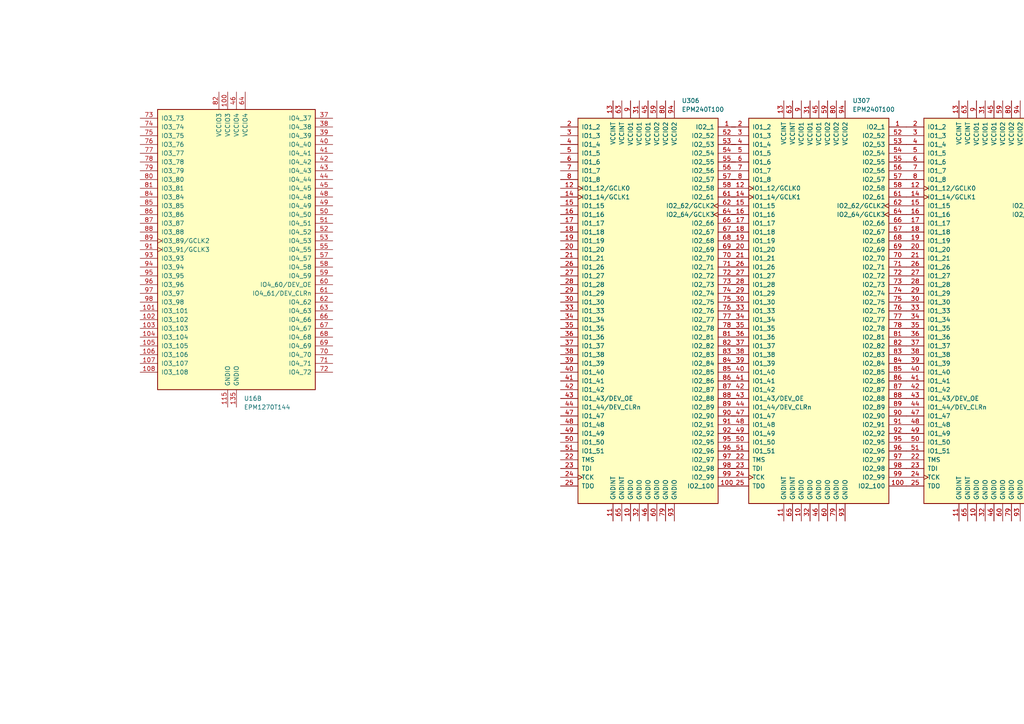
<source format=kicad_sch>
(kicad_sch (version 20250114) (generator "eeschema") (generator_version "9.0")
  (paper "A4")
  (lib_symbols
    (symbol "CPLD_Altera:EPM1270T144" (pin_names (offset 1.016))
      (property "Reference" "U" (at 10.16 41.91 0))
      (property "Value" "EPM1270T144" (at 12.7 -41.91 0))
      (symbol "EPM1270T144_1_1"
        (rectangle (start -22.86 40.64) (end 22.86 -40.64) (stroke (width 0.254)) (fill (type background)))
        (pin bidirectional line (at -27.94 38.1 0) (length 5.08) (name "IO1_1") (number "1"))
        (pin bidirectional line (at -27.94 35.56 0) (length 5.08) (name "IO1_2") (number "2"))
        (pin bidirectional line (at -27.94 33.02 0) (length 5.08) (name "IO1_3") (number "3"))
        (pin bidirectional line (at -27.94 30.48 0) (length 5.08) (name "IO1_4") (number "4"))
        (pin bidirectional line (at -27.94 27.94 0) (length 5.08) (name "IO1_5") (number "5"))
        (pin bidirectional line (at -27.94 25.4 0) (length 5.08) (name "IO1_6") (number "6"))
        (pin bidirectional line (at -27.94 22.86 0) (length 5.08) (name "IO1_7") (number "7"))
        (pin bidirectional line (at -27.94 20.32 0) (length 5.08) (name "IO1_8") (number "8"))
        (pin bidirectional line (at -27.94 17.78 0) (length 5.08) (name "IO1_11") (number "11"))
        (pin bidirectional line (at -27.94 15.24 0) (length 5.08) (name "IO1_12") (number "12"))
        (pin bidirectional line (at -27.94 12.7 0) (length 5.08) (name "IO1_13") (number "13"))
        (pin bidirectional line (at -27.94 10.16 0) (length 5.08) (name "IO1_14") (number "14"))
        (pin bidirectional line (at -27.94 7.62 0) (length 5.08) (name "IO1_15") (number "15"))
        (pin bidirectional line (at -27.94 5.08 0) (length 5.08) (name "IO1_16") (number "16"))
        (pin bidirectional clock (at -27.94 2.54 0) (length 5.08) (name "IO1_18/GCLK0") (number "18"))
        (pin bidirectional clock (at -27.94 0 0) (length 5.08) (name "IO1_20/GCLK1") (number "20"))
        (pin bidirectional line (at -27.94 -2.54 0) (length 5.08) (name "IO1_21") (number "21"))
        (pin bidirectional line (at -27.94 -5.08 0) (length 5.08) (name "IO1_22") (number "22"))
        (pin bidirectional line (at -27.94 -7.62 0) (length 5.08) (name "IO1_23") (number "23"))
        (pin bidirectional line (at -27.94 -10.16 0) (length 5.08) (name "IO1_24") (number "24"))
        (pin bidirectional line (at -27.94 -12.7 0) (length 5.08) (name "IO1_27") (number "27"))
        (pin bidirectional line (at -27.94 -15.24 0) (length 5.08) (name "IO1_28") (number "28"))
        (pin bidirectional line (at -27.94 -17.78 0) (length 5.08) (name "IO1_29") (number "29"))
        (pin bidirectional line (at -27.94 -20.32 0) (length 5.08) (name "IO1_30") (number "30"))
        (pin bidirectional line (at -27.94 -22.86 0) (length 5.08) (name "IO1_31") (number "31"))
        (pin bidirectional line (at -27.94 -25.4 0) (length 5.08) (name "IO1_32") (number "32"))
        (pin input line (at -27.94 -27.94 0) (length 5.08) (name "TMS") (number "33"))
        (pin input line (at -27.94 -30.48 0) (length 5.08) (name "TDI") (number "34"))
        (pin input clock (at -27.94 -33.02 0) (length 5.08) (name "TCK") (number "35"))
        (pin output line (at -27.94 -35.56 0) (length 5.08) (name "TDO") (number "36"))
        (pin power_in line (at -12.7 -45.72 90) (length 5.08) (name "GNDINT") (number "17"))
        (pin power_in line (at -10.16 45.72 270) (length 5.08) (name "VCCINT") (number "19"))
        (pin power_in line (at -10.16 -45.72 90) (length 5.08) (name "GNDINT") (number "54"))
        (pin power_in line (at -7.62 45.72 270) (length 5.08) (name "VCCINT") (number "56"))
        (pin power_in line (at -7.62 -45.72 90) (length 5.08) (name "GNDINT") (number "92"))
        (pin power_in line (at -5.08 45.72 270) (length 5.08) (name "VCCINT") (number "90"))
        (pin power_in line (at -5.08 -45.72 90) (length 5.08) (name "GNDINT") (number "128"))
        (pin power_in line (at -2.54 45.72 270) (length 5.08) (name "VCCINT") (number "126"))
        (pin power_in line (at -2.54 -45.72 90) (length 5.08) (name "GNDIO") (number "10"))
        (pin power_in line (at 0 45.72 270) (length 5.08) (name "VCCIO1") (number "9"))
        (pin power_in line (at 0 -45.72 90) (length 5.08) (name "GNDIO") (number "26"))
        (pin power_in line (at 2.54 45.72 270) (length 5.08) (name "VCCIO1") (number "25"))
        (pin power_in line (at 2.54 -45.72 90) (length 5.08) (name "GNDIO") (number "47"))
        (pin power_in line (at 5.08 45.72 270) (length 5.08) (name "VCCIO2") (number "116"))
        (pin power_in line (at 5.08 -45.72 90) (length 5.08) (name "GNDIO") (number "65"))
        (pin power_in line (at 7.62 45.72 270) (length 5.08) (name "VCCIO2") (number "136"))
        (pin power_in line (at 7.62 -45.72 90) (length 5.08) (name "GNDIO") (number "83"))
        (pin power_in line (at 10.16 -45.72 90) (length 5.08) (name "GNDIO") (number "99"))
        (pin bidirectional line (at 27.94 38.1 180) (length 5.08) (name "IO2_109") (number "109"))
        (pin bidirectional line (at 27.94 35.56 180) (length 5.08) (name "IO2_110") (number "110"))
        (pin bidirectional line (at 27.94 33.02 180) (length 5.08) (name "IO2_111") (number "111"))
        (pin bidirectional line (at 27.94 30.48 180) (length 5.08) (name "IO2_112") (number "112"))
        (pin bidirectional line (at 27.94 27.94 180) (length 5.08) (name "IO2_113") (number "113"))
        (pin bidirectional line (at 27.94 25.4 180) (length 5.08) (name "IO2_114") (number "114"))
        (pin bidirectional line (at 27.94 22.86 180) (length 5.08) (name "IO2_117") (number "117"))
        (pin bidirectional line (at 27.94 20.32 180) (length 5.08) (name "IO2_118") (number "118"))
        (pin bidirectional line (at 27.94 17.78 180) (length 5.08) (name "IO2_119") (number "119"))
        (pin bidirectional line (at 27.94 15.24 180) (length 5.08) (name "IO2_120") (number "120"))
        (pin bidirectional line (at 27.94 12.7 180) (length 5.08) (name "IO2_121") (number "121"))
        (pin bidirectional line (at 27.94 10.16 180) (length 5.08) (name "IO2_122") (number "122"))
        (pin bidirectional line (at 27.94 7.62 180) (length 5.08) (name "IO2_123") (number "123"))
        (pin bidirectional line (at 27.94 5.08 180) (length 5.08) (name "IO2_124") (number "124"))
        (pin bidirectional line (at 27.94 2.54 180) (length 5.08) (name "IO2_125") (number "125"))
        (pin bidirectional line (at 27.94 0 180) (length 5.08) (name "IO2_127") (number "127"))
        (pin bidirectional line (at 27.94 -2.54 180) (length 5.08) (name "IO2_129") (number "129"))
        (pin bidirectional line (at 27.94 -5.08 180) (length 5.08) (name "IO2_130") (number "130"))
        (pin bidirectional line (at 27.94 -7.62 180) (length 5.08) (name "IO2_131") (number "131"))
        (pin bidirectional line (at 27.94 -10.16 180) (length 5.08) (name "IO2_132") (number "132"))
        (pin bidirectional line (at 27.94 -12.7 180) (length 5.08) (name "IO2_133") (number "133"))
        (pin bidirectional line (at 27.94 -15.24 180) (length 5.08) (name "IO2_134") (number "134"))
        (pin bidirectional line (at 27.94 -17.78 180) (length 5.08) (name "IO2_137") (number "137"))
        (pin bidirectional line (at 27.94 -20.32 180) (length 5.08) (name "IO2_138") (number "138"))
        (pin bidirectional line (at 27.94 -22.86 180) (length 5.08) (name "IO2_139") (number "139"))
        (pin bidirectional line (at 27.94 -25.4 180) (length 5.08) (name "IO2_140") (number "140"))
        (pin bidirectional line (at 27.94 -27.94 180) (length 5.08) (name "IO2_141") (number "141"))
        (pin bidirectional line (at 27.94 -30.48 180) (length 5.08) (name "IO2_142") (number "142"))
        (pin bidirectional line (at 27.94 -33.02 180) (length 5.08) (name "IO2_143") (number "143"))
        (pin bidirectional line (at 27.94 -35.56 180) (length 5.08) (name "IO2_144") (number "144"))
      )
      (symbol "EPM1270T144_2_1"
        (rectangle (start -22.86 40.64) (end 22.86 -40.64) (stroke (width 0.254)) (fill (type background)))
        (pin bidirectional line (at -27.94 38.1 0) (length 5.08) (name "IO3_73") (number "73"))
        (pin bidirectional line (at -27.94 35.56 0) (length 5.08) (name "IO3_74") (number "74"))
        (pin bidirectional line (at -27.94 33.02 0) (length 5.08) (name "IO3_75") (number "75"))
        (pin bidirectional line (at -27.94 30.48 0) (length 5.08) (name "IO3_76") (number "76"))
        (pin bidirectional line (at -27.94 27.94 0) (length 5.08) (name "IO3_77") (number "77"))
        (pin bidirectional line (at -27.94 25.4 0) (length 5.08) (name "IO3_78") (number "78"))
        (pin bidirectional line (at -27.94 22.86 0) (length 5.08) (name "IO3_79") (number "79"))
        (pin bidirectional line (at -27.94 20.32 0) (length 5.08) (name "IO3_80") (number "80"))
        (pin bidirectional line (at -27.94 17.78 0) (length 5.08) (name "IO3_81") (number "81"))
        (pin bidirectional line (at -27.94 15.24 0) (length 5.08) (name "IO3_84") (number "84"))
        (pin bidirectional line (at -27.94 12.7 0) (length 5.08) (name "IO3_85") (number "85"))
        (pin bidirectional line (at -27.94 10.16 0) (length 5.08) (name "IO3_86") (number "86"))
        (pin bidirectional line (at -27.94 7.62 0) (length 5.08) (name "IO3_87") (number "87"))
        (pin bidirectional line (at -27.94 5.08 0) (length 5.08) (name "IO3_88") (number "88"))
        (pin bidirectional clock (at -27.94 2.54 0) (length 5.08) (name "IO3_89/GCLK2") (number "89"))
        (pin bidirectional clock (at -27.94 0 0) (length 5.08) (name "IO3_91/GCLK3") (number "91"))
        (pin bidirectional line (at -27.94 -2.54 0) (length 5.08) (name "IO3_93") (number "93"))
        (pin bidirectional line (at -27.94 -5.08 0) (length 5.08) (name "IO3_94") (number "94"))
        (pin bidirectional line (at -27.94 -7.62 0) (length 5.08) (name "IO3_95") (number "95"))
        (pin bidirectional line (at -27.94 -10.16 0) (length 5.08) (name "IO3_96") (number "96"))
        (pin bidirectional line (at -27.94 -12.7 0) (length 5.08) (name "IO3_97") (number "97"))
        (pin bidirectional line (at -27.94 -15.24 0) (length 5.08) (name "IO3_98") (number "98"))
        (pin bidirectional line (at -27.94 -17.78 0) (length 5.08) (name "IO3_101") (number "101"))
        (pin bidirectional line (at -27.94 -20.32 0) (length 5.08) (name "IO3_102") (number "102"))
        (pin bidirectional line (at -27.94 -22.86 0) (length 5.08) (name "IO3_103") (number "103"))
        (pin bidirectional line (at -27.94 -25.4 0) (length 5.08) (name "IO3_104") (number "104"))
        (pin bidirectional line (at -27.94 -27.94 0) (length 5.08) (name "IO3_105") (number "105"))
        (pin bidirectional line (at -27.94 -30.48 0) (length 5.08) (name "IO3_106") (number "106"))
        (pin bidirectional line (at -27.94 -33.02 0) (length 5.08) (name "IO3_107") (number "107"))
        (pin bidirectional line (at -27.94 -35.56 0) (length 5.08) (name "IO3_108") (number "108"))
        (pin power_in line (at -5.08 45.72 270) (length 5.08) (name "VCCIO3") (number "82"))
        (pin power_in line (at -2.54 45.72 270) (length 5.08) (name "VCCIO3") (number "100"))
        (pin power_in line (at -2.54 -45.72 90) (length 5.08) (name "GNDIO") (number "115"))
        (pin power_in line (at 0 45.72 270) (length 5.08) (name "VCCIO4") (number "46"))
        (pin power_in line (at 0 -45.72 90) (length 5.08) (name "GNDIO") (number "135"))
        (pin power_in line (at 2.54 45.72 270) (length 5.08) (name "VCCIO4") (number "64"))
        (pin bidirectional line (at 27.94 38.1 180) (length 5.08) (name "IO4_37") (number "37"))
        (pin bidirectional line (at 27.94 35.56 180) (length 5.08) (name "IO4_38") (number "38"))
        (pin bidirectional line (at 27.94 33.02 180) (length 5.08) (name "IO4_39") (number "39"))
        (pin bidirectional line (at 27.94 30.48 180) (length 5.08) (name "IO4_40") (number "40"))
        (pin bidirectional line (at 27.94 27.94 180) (length 5.08) (name "IO4_41") (number "41"))
        (pin bidirectional line (at 27.94 25.4 180) (length 5.08) (name "IO4_42") (number "42"))
        (pin bidirectional line (at 27.94 22.86 180) (length 5.08) (name "IO4_43") (number "43"))
        (pin bidirectional line (at 27.94 20.32 180) (length 5.08) (name "IO4_44") (number "44"))
        (pin bidirectional line (at 27.94 17.78 180) (length 5.08) (name "IO4_45") (number "45"))
        (pin bidirectional line (at 27.94 15.24 180) (length 5.08) (name "IO4_48") (number "48"))
        (pin bidirectional line (at 27.94 12.7 180) (length 5.08) (name "IO4_49") (number "49"))
        (pin bidirectional line (at 27.94 10.16 180) (length 5.08) (name "IO4_50") (number "50"))
        (pin bidirectional line (at 27.94 7.62 180) (length 5.08) (name "IO4_51") (number "51"))
        (pin bidirectional line (at 27.94 5.08 180) (length 5.08) (name "IO4_52") (number "52"))
        (pin bidirectional line (at 27.94 2.54 180) (length 5.08) (name "IO4_53") (number "53"))
        (pin bidirectional line (at 27.94 0 180) (length 5.08) (name "IO4_55") (number "55"))
        (pin bidirectional line (at 27.94 -2.54 180) (length 5.08) (name "IO4_57") (number "57"))
        (pin bidirectional line (at 27.94 -5.08 180) (length 5.08) (name "IO4_58") (number "58"))
        (pin bidirectional line (at 27.94 -7.62 180) (length 5.08) (name "IO4_59") (number "59"))
        (pin bidirectional line (at 27.94 -10.16 180) (length 5.08) (name "IO4_60/DEV_OE") (number "60"))
        (pin bidirectional line (at 27.94 -12.7 180) (length 5.08) (name "IO4_61/DEV_CLRn") (number "61"))
        (pin bidirectional line (at 27.94 -15.24 180) (length 5.08) (name "IO4_62") (number "62"))
        (pin bidirectional line (at 27.94 -17.78 180) (length 5.08) (name "IO4_63") (number "63"))
        (pin bidirectional line (at 27.94 -20.32 180) (length 5.08) (name "IO4_66") (number "66"))
        (pin bidirectional line (at 27.94 -22.86 180) (length 5.08) (name "IO4_67") (number "67"))
        (pin bidirectional line (at 27.94 -25.4 180) (length 5.08) (name "IO4_68") (number "68"))
        (pin bidirectional line (at 27.94 -27.94 180) (length 5.08) (name "IO4_69") (number "69"))
        (pin bidirectional line (at 27.94 -30.48 180) (length 5.08) (name "IO4_70") (number "70"))
        (pin bidirectional line (at 27.94 -33.02 180) (length 5.08) (name "IO4_71") (number "71"))
        (pin bidirectional line (at 27.94 -35.56 180) (length 5.08) (name "IO4_72") (number "72"))
      )
    )
    (symbol "CPLD_Altera:EPM240T100" (pin_names (offset 1.016))
      (property "Reference" "U" (at 10.16 57.15 0))
      (property "Value" "EPM240T100" (at 10.16 -57.15 0))
      (symbol "EPM240T100_1_1"
        (rectangle (start -20.32 55.88) (end 20.32 -55.88) (stroke (width 0.254)) (fill (type background)))
        (pin bidirectional line (at -25.4 53.34 0) (length 5.08) (name "IO1_2") (number "2"))
        (pin bidirectional line (at -25.4 50.8 0) (length 5.08) (name "IO1_3") (number "3"))
        (pin bidirectional line (at -25.4 48.26 0) (length 5.08) (name "IO1_4") (number "4"))
        (pin bidirectional line (at -25.4 45.72 0) (length 5.08) (name "IO1_5") (number "5"))
        (pin bidirectional line (at -25.4 43.18 0) (length 5.08) (name "IO1_6") (number "6"))
        (pin bidirectional line (at -25.4 40.64 0) (length 5.08) (name "IO1_7") (number "7"))
        (pin bidirectional line (at -25.4 38.1 0) (length 5.08) (name "IO1_8") (number "8"))
        (pin bidirectional clock (at -25.4 35.56 0) (length 5.08) (name "IO1_12/GCLK0") (number "12"))
        (pin bidirectional clock (at -25.4 33.02 0) (length 5.08) (name "IO1_14/GCLK1") (number "14"))
        (pin bidirectional line (at -25.4 30.48 0) (length 5.08) (name "IO1_15") (number "15"))
        (pin bidirectional line (at -25.4 27.94 0) (length 5.08) (name "IO1_16") (number "16"))
        (pin bidirectional line (at -25.4 25.4 0) (length 5.08) (name "IO1_17") (number "17"))
        (pin bidirectional line (at -25.4 22.86 0) (length 5.08) (name "IO1_18") (number "18"))
        (pin bidirectional line (at -25.4 20.32 0) (length 5.08) (name "IO1_19") (number "19"))
        (pin bidirectional line (at -25.4 17.78 0) (length 5.08) (name "IO1_20") (number "20"))
        (pin bidirectional line (at -25.4 15.24 0) (length 5.08) (name "IO1_21") (number "21"))
        (pin bidirectional line (at -25.4 12.7 0) (length 5.08) (name "IO1_26") (number "26"))
        (pin bidirectional line (at -25.4 10.16 0) (length 5.08) (name "IO1_27") (number "27"))
        (pin bidirectional line (at -25.4 7.62 0) (length 5.08) (name "IO1_28") (number "28"))
        (pin bidirectional line (at -25.4 5.08 0) (length 5.08) (name "IO1_29") (number "29"))
        (pin bidirectional line (at -25.4 2.54 0) (length 5.08) (name "IO1_30") (number "30"))
        (pin bidirectional line (at -25.4 0 0) (length 5.08) (name "IO1_33") (number "33"))
        (pin bidirectional line (at -25.4 -2.54 0) (length 5.08) (name "IO1_34") (number "34"))
        (pin bidirectional line (at -25.4 -5.08 0) (length 5.08) (name "IO1_35") (number "35"))
        (pin bidirectional line (at -25.4 -7.62 0) (length 5.08) (name "IO1_36") (number "36"))
        (pin bidirectional line (at -25.4 -10.16 0) (length 5.08) (name "IO1_37") (number "37"))
        (pin bidirectional line (at -25.4 -12.7 0) (length 5.08) (name "IO1_38") (number "38"))
        (pin bidirectional line (at -25.4 -15.24 0) (length 5.08) (name "IO1_39") (number "39"))
        (pin bidirectional line (at -25.4 -17.78 0) (length 5.08) (name "IO1_40") (number "40"))
        (pin bidirectional line (at -25.4 -20.32 0) (length 5.08) (name "IO1_41") (number "41"))
        (pin bidirectional line (at -25.4 -22.86 0) (length 5.08) (name "IO1_42") (number "42"))
        (pin bidirectional line (at -25.4 -25.4 0) (length 5.08) (name "IO1_43/DEV_OE") (number "43"))
        (pin bidirectional line (at -25.4 -27.94 0) (length 5.08) (name "IO1_44/DEV_CLRn") (number "44"))
        (pin bidirectional line (at -25.4 -30.48 0) (length 5.08) (name "IO1_47") (number "47"))
        (pin bidirectional line (at -25.4 -33.02 0) (length 5.08) (name "IO1_48") (number "48"))
        (pin bidirectional line (at -25.4 -35.56 0) (length 5.08) (name "IO1_49") (number "49"))
        (pin bidirectional line (at -25.4 -38.1 0) (length 5.08) (name "IO1_50") (number "50"))
        (pin bidirectional line (at -25.4 -40.64 0) (length 5.08) (name "IO1_51") (number "51"))
        (pin input line (at -25.4 -43.18 0) (length 5.08) (name "TMS") (number "22"))
        (pin input line (at -25.4 -45.72 0) (length 5.08) (name "TDI") (number "23"))
        (pin input clock (at -25.4 -48.26 0) (length 5.08) (name "TCK") (number "24"))
        (pin output line (at -25.4 -50.8 0) (length 5.08) (name "TDO") (number "25"))
        (pin power_in line (at -10.16 60.96 270) (length 5.08) (name "VCCINT") (number "13"))
        (pin power_in line (at -10.16 -60.96 90) (length 5.08) (name "GNDINT") (number "11"))
        (pin power_in line (at -7.62 60.96 270) (length 5.08) (name "VCCINT") (number "63"))
        (pin power_in line (at -7.62 -60.96 90) (length 5.08) (name "GNDINT") (number "65"))
        (pin power_in line (at -5.08 60.96 270) (length 5.08) (name "VCCIO1") (number "9"))
        (pin power_in line (at -5.08 -60.96 90) (length 5.08) (name "GNDIO") (number "10"))
        (pin power_in line (at -2.54 60.96 270) (length 5.08) (name "VCCIO1") (number "31"))
        (pin power_in line (at -2.54 -60.96 90) (length 5.08) (name "GNDIO") (number "32"))
        (pin power_in line (at 0 60.96 270) (length 5.08) (name "VCCIO1") (number "45"))
        (pin power_in line (at 0 -60.96 90) (length 5.08) (name "GNDIO") (number "46"))
        (pin power_in line (at 2.54 60.96 270) (length 5.08) (name "VCCIO2") (number "59"))
        (pin power_in line (at 2.54 -60.96 90) (length 5.08) (name "GNDIO") (number "60"))
        (pin power_in line (at 5.08 60.96 270) (length 5.08) (name "VCCIO2") (number "80"))
        (pin power_in line (at 5.08 -60.96 90) (length 5.08) (name "GNDIO") (number "79"))
        (pin power_in line (at 7.62 60.96 270) (length 5.08) (name "VCCIO2") (number "94"))
        (pin power_in line (at 7.62 -60.96 90) (length 5.08) (name "GNDIO") (number "93"))
        (pin bidirectional line (at 25.4 53.34 180) (length 5.08) (name "IO2_1") (number "1"))
        (pin bidirectional line (at 25.4 50.8 180) (length 5.08) (name "IO2_52") (number "52"))
        (pin bidirectional line (at 25.4 48.26 180) (length 5.08) (name "IO2_53") (number "53"))
        (pin bidirectional line (at 25.4 45.72 180) (length 5.08) (name "IO2_54") (number "54"))
        (pin bidirectional line (at 25.4 43.18 180) (length 5.08) (name "IO2_55") (number "55"))
        (pin bidirectional line (at 25.4 40.64 180) (length 5.08) (name "IO2_56") (number "56"))
        (pin bidirectional line (at 25.4 38.1 180) (length 5.08) (name "IO2_57") (number "57"))
        (pin bidirectional line (at 25.4 35.56 180) (length 5.08) (name "IO2_58") (number "58"))
        (pin bidirectional line (at 25.4 33.02 180) (length 5.08) (name "IO2_61") (number "61"))
        (pin bidirectional clock (at 25.4 30.48 180) (length 5.08) (name "IO2_62/GCLK2") (number "62"))
        (pin bidirectional clock (at 25.4 27.94 180) (length 5.08) (name "IO2_64/GCLK3") (number "64"))
        (pin bidirectional line (at 25.4 25.4 180) (length 5.08) (name "IO2_66") (number "66"))
        (pin bidirectional line (at 25.4 22.86 180) (length 5.08) (name "IO2_67") (number "67"))
        (pin bidirectional line (at 25.4 20.32 180) (length 5.08) (name "IO2_68") (number "68"))
        (pin bidirectional line (at 25.4 17.78 180) (length 5.08) (name "IO2_69") (number "69"))
        (pin bidirectional line (at 25.4 15.24 180) (length 5.08) (name "IO2_70") (number "70"))
        (pin bidirectional line (at 25.4 12.7 180) (length 5.08) (name "IO2_71") (number "71"))
        (pin bidirectional line (at 25.4 10.16 180) (length 5.08) (name "IO2_72") (number "72"))
        (pin bidirectional line (at 25.4 7.62 180) (length 5.08) (name "IO2_73") (number "73"))
        (pin bidirectional line (at 25.4 5.08 180) (length 5.08) (name "IO2_74") (number "74"))
        (pin bidirectional line (at 25.4 2.54 180) (length 5.08) (name "IO2_75") (number "75"))
        (pin bidirectional line (at 25.4 0 180) (length 5.08) (name "IO2_76") (number "76"))
        (pin bidirectional line (at 25.4 -2.54 180) (length 5.08) (name "IO2_77") (number "77"))
        (pin bidirectional line (at 25.4 -5.08 180) (length 5.08) (name "IO2_78") (number "78"))
        (pin bidirectional line (at 25.4 -7.62 180) (length 5.08) (name "IO2_81") (number "81"))
        (pin bidirectional line (at 25.4 -10.16 180) (length 5.08) (name "IO2_82") (number "82"))
        (pin bidirectional line (at 25.4 -12.7 180) (length 5.08) (name "IO2_83") (number "83"))
        (pin bidirectional line (at 25.4 -15.24 180) (length 5.08) (name "IO2_84") (number "84"))
        (pin bidirectional line (at 25.4 -17.78 180) (length 5.08) (name "IO2_85") (number "85"))
        (pin bidirectional line (at 25.4 -20.32 180) (length 5.08) (name "IO2_86") (number "86"))
        (pin bidirectional line (at 25.4 -22.86 180) (length 5.08) (name "IO2_87") (number "87"))
        (pin bidirectional line (at 25.4 -25.4 180) (length 5.08) (name "IO2_88") (number "88"))
        (pin bidirectional line (at 25.4 -27.94 180) (length 5.08) (name "IO2_89") (number "89"))
        (pin bidirectional line (at 25.4 -30.48 180) (length 5.08) (name "IO2_90") (number "90"))
        (pin bidirectional line (at 25.4 -33.02 180) (length 5.08) (name "IO2_91") (number "91"))
        (pin bidirectional line (at 25.4 -35.56 180) (length 5.08) (name "IO2_92") (number "92"))
        (pin bidirectional line (at 25.4 -38.1 180) (length 5.08) (name "IO2_95") (number "95"))
        (pin bidirectional line (at 25.4 -40.64 180) (length 5.08) (name "IO2_96") (number "96"))
        (pin bidirectional line (at 25.4 -43.18 180) (length 5.08) (name "IO2_97") (number "97"))
        (pin bidirectional line (at 25.4 -45.72 180) (length 5.08) (name "IO2_98") (number "98"))
        (pin bidirectional line (at 25.4 -48.26 180) (length 5.08) (name "IO2_99") (number "99"))
        (pin bidirectional line (at 25.4 -50.8 180) (length 5.08) (name "IO2_100") (number "100"))
      )
    )
  )
  (symbol (lib_id "CPLD_Altera:EPM240T100") (at 288.29 90.17 0) (unit 1)
    (property "Reference" "U308" (at 298.0533 29.21 0) (effects (justify left)))
    (property "Value" "EPM240T100" (at 298.0533 31.75 0) (effects (justify left)))
    (property "Footprint" "Package_QFP:LQFP-100_14x14mm_P0.5mm" (effects (hide yes)))
    (property "Datasheet" "https://www.altera.com/content/dam/altera-www/global/en_US/pdfs/literature/hb/max2/max2_mii5v1.pdf" (effects (hide yes)))
    (property "Description" "Altera MAX2 CPLD with 240 LE" (effects (hide yes)))
  )
  (symbol (lib_id "CPLD_Altera:EPM240T100") (at 187.96 90.17 0) (unit 1)
    (property "Reference" "U306" (at 197.7233 29.21 0) (effects (justify left)))
    (property "Value" "EPM240T100" (at 197.7233 31.75 0) (effects (justify left)))
    (property "Footprint" "Package_QFP:LQFP-100_14x14mm_P0.5mm" (effects (hide yes)))
    (property "Datasheet" "https://www.altera.com/content/dam/altera-www/global/en_US/pdfs/literature/hb/max2/max2_mii5v1.pdf" (effects (hide yes)))
    (property "Description" "Altera MAX2 CPLD with 240 LE" (effects (hide yes)))
  )
  (symbol (lib_id "CPLD_Altera:EPM240T100") (at 339.09 90.17 0) (unit 1)
    (property "Reference" "U309" (at 348.8533 29.21 0) (effects (justify left)))
    (property "Value" "EPM240T100" (at 348.8533 31.75 0) (effects (justify left)))
    (property "Footprint" "Package_QFP:LQFP-100_14x14mm_P0.5mm" (effects (hide yes)))
    (property "Datasheet" "https://www.altera.com/content/dam/altera-www/global/en_US/pdfs/literature/hb/max2/max2_mii5v1.pdf" (effects (hide yes)))
    (property "Description" "Altera MAX2 CPLD with 240 LE" (effects (hide yes)))
  )
  (symbol (lib_id "CPLD_Altera:EPM240T100") (at 237.49 90.17 0) (unit 1)
    (property "Reference" "U307" (at 247.2533 29.21 0) (effects (justify left)))
    (property "Value" "EPM240T100" (at 247.2533 31.75 0) (effects (justify left)))
    (property "Footprint" "Package_QFP:LQFP-100_14x14mm_P0.5mm" (effects (hide yes)))
    (property "Datasheet" "https://www.altera.com/content/dam/altera-www/global/en_US/pdfs/literature/hb/max2/max2_mii5v1.pdf" (effects (hide yes)))
    (property "Description" "Altera MAX2 CPLD with 240 LE" (effects (hide yes)))
  )
  (symbol (lib_id "CPLD_Altera:EPM240T100") (at 389.89 90.17 0) (unit 1)
    (property "Reference" "U310" (at 399.6533 29.21 0) (effects (justify left)))
    (property "Value" "EPM240T100" (at 399.6533 31.75 0) (effects (justify left)))
    (property "Footprint" "Package_QFP:LQFP-100_14x14mm_P0.5mm" (effects (hide yes)))
    (property "Datasheet" "https://www.altera.com/content/dam/altera-www/global/en_US/pdfs/literature/hb/max2/max2_mii5v1.pdf" (effects (hide yes)))
    (property "Description" "Altera MAX2 CPLD with 240 LE" (effects (hide yes)))
  )
  (symbol (lib_id "CPLD_Altera:EPM1270T144") (at 68.58 72.39 0) (unit 2)
    (property "Reference" "U16" (at 70.7233 115.57 0) (effects (justify left)))
    (property "Value" "EPM1270T144" (at 70.7233 118.11 0) (effects (justify left)))
    (property "Footprint" "Package_QFP:LQFP-144_20x20mm_P0.5mm" (effects (hide yes)))
    (property "Datasheet" "https://www.altera.com/content/dam/altera-www/global/en_US/pdfs/literature/hb/max2/max2_mii5v1.pdf" (effects (hide yes)))
    (property "Description" "Altera MAX2 CPLD with 1270 LE" (effects (hide yes)))
  )
)
</source>
